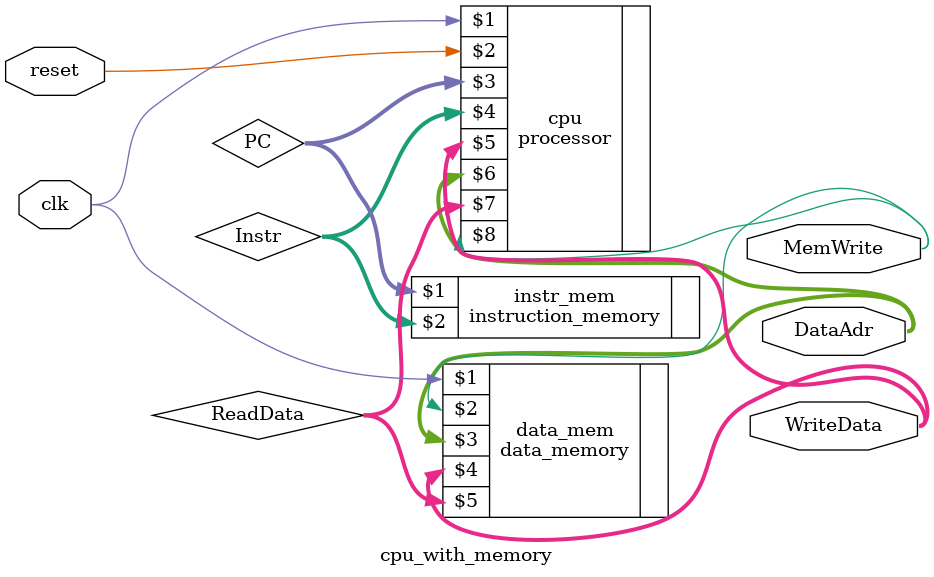
<source format=v>
`timescale 1ns / 1ps


module cpu_with_memory(
    input wire clk, reset,
    output wire[31:0]  WriteData, DataAdr,
    output wire MemWrite
    );
    
wire[31:0] PC, Instr, ReadData;
    
processor cpu(clk, reset, PC, Instr, WriteData, DataAdr, ReadData, MemWrite);
data_memory data_mem(clk, MemWrite, DataAdr, WriteData, ReadData);
instruction_memory instr_mem(PC, Instr);

endmodule

</source>
